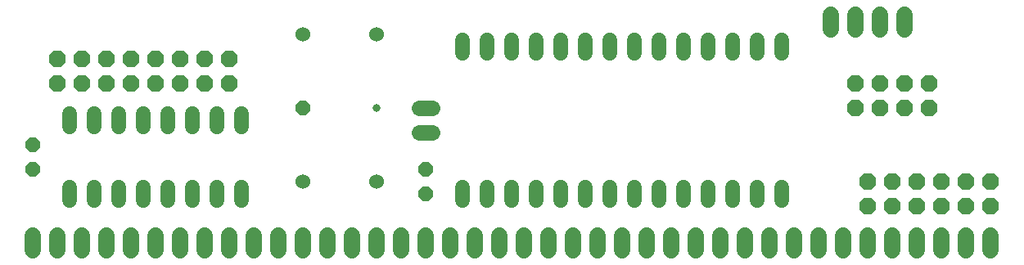
<source format=gts>
G75*
%MOIN*%
%OFA0B0*%
%FSLAX24Y24*%
%IPPOS*%
%LPD*%
%AMOC8*
5,1,8,0,0,1.08239X$1,22.5*
%
%ADD10C,0.0316*%
%ADD11C,0.0680*%
%ADD12OC8,0.0680*%
%ADD13C,0.0600*%
%ADD14OC8,0.0600*%
%ADD15OC8,0.0595*%
%ADD16C,0.0600*%
%ADD17C,0.0640*%
D10*
X014680Y006680D03*
D11*
X000680Y001480D02*
X000680Y000880D01*
X001680Y000880D02*
X001680Y001480D01*
X002680Y001480D02*
X002680Y000880D01*
X003680Y000880D02*
X003680Y001480D01*
X004680Y001480D02*
X004680Y000880D01*
X005680Y000880D02*
X005680Y001480D01*
X006680Y001480D02*
X006680Y000880D01*
X007680Y000880D02*
X007680Y001480D01*
X008680Y001480D02*
X008680Y000880D01*
X009680Y000880D02*
X009680Y001480D01*
X010680Y001480D02*
X010680Y000880D01*
X011680Y000880D02*
X011680Y001480D01*
X012680Y001480D02*
X012680Y000880D01*
X013680Y000880D02*
X013680Y001480D01*
X014680Y001480D02*
X014680Y000880D01*
X015680Y000880D02*
X015680Y001480D01*
X016680Y001480D02*
X016680Y000880D01*
X017680Y000880D02*
X017680Y001480D01*
X018680Y001480D02*
X018680Y000880D01*
X019680Y000880D02*
X019680Y001480D01*
X020680Y001480D02*
X020680Y000880D01*
X021680Y000880D02*
X021680Y001480D01*
X022680Y001480D02*
X022680Y000880D01*
X023680Y000880D02*
X023680Y001480D01*
X024680Y001480D02*
X024680Y000880D01*
X025680Y000880D02*
X025680Y001480D01*
X026680Y001480D02*
X026680Y000880D01*
X027680Y000880D02*
X027680Y001480D01*
X028680Y001480D02*
X028680Y000880D01*
X029680Y000880D02*
X029680Y001480D01*
X030680Y001480D02*
X030680Y000880D01*
X031680Y000880D02*
X031680Y001480D01*
X032680Y001480D02*
X032680Y000880D01*
X033680Y000880D02*
X033680Y001480D01*
X034680Y001480D02*
X034680Y000880D01*
X035680Y000880D02*
X035680Y001480D01*
X036680Y001480D02*
X036680Y000880D01*
X037680Y000880D02*
X037680Y001480D01*
X038680Y001480D02*
X038680Y000880D01*
X039680Y000880D02*
X039680Y001480D01*
X036180Y009880D02*
X036180Y010480D01*
X035180Y010480D02*
X035180Y009880D01*
X034180Y009880D02*
X034180Y010480D01*
X033180Y010480D02*
X033180Y009880D01*
D12*
X034180Y007680D03*
X035180Y007680D03*
X036180Y007680D03*
X037180Y007680D03*
X037180Y006680D03*
X036180Y006680D03*
X035180Y006680D03*
X034180Y006680D03*
X034680Y003680D03*
X035680Y003680D03*
X036680Y003680D03*
X037680Y003680D03*
X038680Y003680D03*
X039680Y003680D03*
X039680Y002680D03*
X038680Y002680D03*
X037680Y002680D03*
X036680Y002680D03*
X035680Y002680D03*
X034680Y002680D03*
X008680Y007680D03*
X007680Y007680D03*
X006680Y007680D03*
X005680Y007680D03*
X004680Y007680D03*
X003680Y007680D03*
X002680Y007680D03*
X001680Y007680D03*
X001680Y008680D03*
X002680Y008680D03*
X003680Y008680D03*
X004680Y008680D03*
X005680Y008680D03*
X006680Y008680D03*
X007680Y008680D03*
X008680Y008680D03*
D13*
X011680Y009680D03*
X014680Y009680D03*
X014680Y003680D03*
X011680Y003680D03*
D14*
X016680Y003180D03*
X016680Y004180D03*
X000680Y004180D03*
X000680Y005180D03*
D15*
X011680Y006680D03*
D16*
X009180Y006440D02*
X009180Y005920D01*
X008180Y005920D02*
X008180Y006440D01*
X007180Y006440D02*
X007180Y005920D01*
X006180Y005920D02*
X006180Y006440D01*
X005180Y006440D02*
X005180Y005920D01*
X004180Y005920D02*
X004180Y006440D01*
X003180Y006440D02*
X003180Y005920D01*
X002180Y005920D02*
X002180Y006440D01*
X002180Y003440D02*
X002180Y002920D01*
X003180Y002920D02*
X003180Y003440D01*
X004180Y003440D02*
X004180Y002920D01*
X005180Y002920D02*
X005180Y003440D01*
X006180Y003440D02*
X006180Y002920D01*
X007180Y002920D02*
X007180Y003440D01*
X008180Y003440D02*
X008180Y002920D01*
X009180Y002920D02*
X009180Y003440D01*
X018180Y003440D02*
X018180Y002920D01*
X019180Y002920D02*
X019180Y003440D01*
X020180Y003440D02*
X020180Y002920D01*
X021180Y002920D02*
X021180Y003440D01*
X022180Y003440D02*
X022180Y002920D01*
X023180Y002920D02*
X023180Y003440D01*
X024180Y003440D02*
X024180Y002920D01*
X025180Y002920D02*
X025180Y003440D01*
X026180Y003440D02*
X026180Y002920D01*
X027180Y002920D02*
X027180Y003440D01*
X028180Y003440D02*
X028180Y002920D01*
X029180Y002920D02*
X029180Y003440D01*
X030180Y003440D02*
X030180Y002920D01*
X031180Y002920D02*
X031180Y003440D01*
X031180Y008920D02*
X031180Y009440D01*
X030180Y009440D02*
X030180Y008920D01*
X029180Y008920D02*
X029180Y009440D01*
X028180Y009440D02*
X028180Y008920D01*
X027180Y008920D02*
X027180Y009440D01*
X026180Y009440D02*
X026180Y008920D01*
X025180Y008920D02*
X025180Y009440D01*
X024180Y009440D02*
X024180Y008920D01*
X023180Y008920D02*
X023180Y009440D01*
X022180Y009440D02*
X022180Y008920D01*
X021180Y008920D02*
X021180Y009440D01*
X020180Y009440D02*
X020180Y008920D01*
X019180Y008920D02*
X019180Y009440D01*
X018180Y009440D02*
X018180Y008920D01*
D17*
X016960Y006680D02*
X016400Y006680D01*
X016400Y005680D02*
X016960Y005680D01*
M02*

</source>
